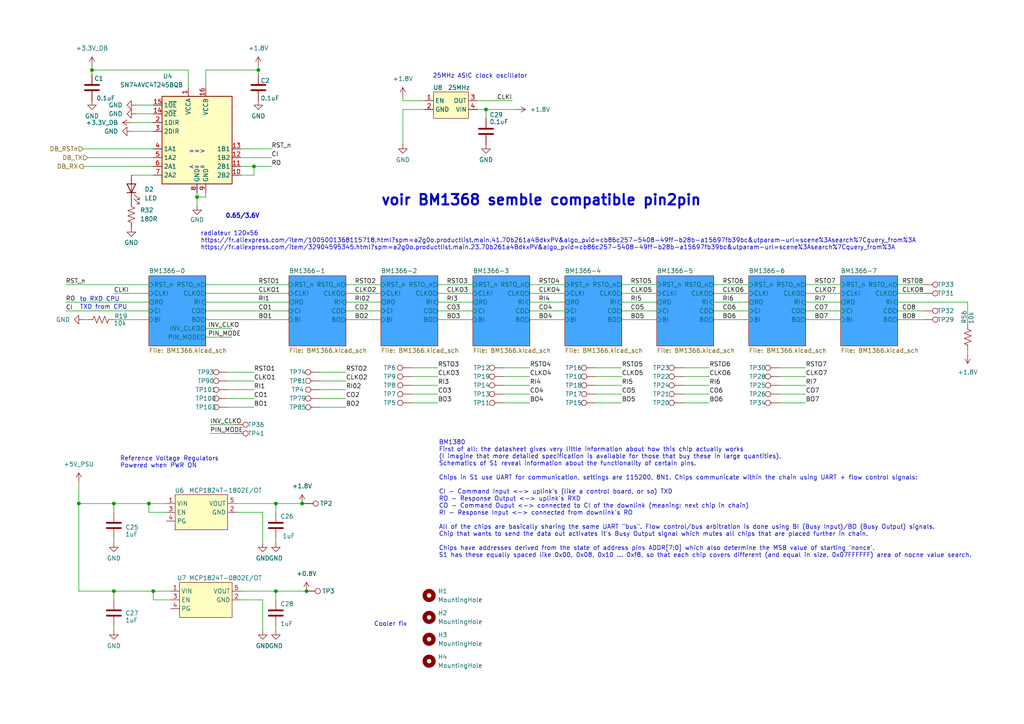
<source format=kicad_sch>
(kicad_sch (version 20231120) (generator "eeschema") (generator_version "8.0")
  (paper "A4")
  (lib_symbols
    (symbol "Connector:TestPoint" (pin_numbers hide) (pin_names (offset 0.762) hide)
      (property "Reference" "TP" (at 0 6.858 0))
      (property "Value" "TestPoint" (at 0 5.08 0))
      (symbol "TestPoint_0_1"
        (circle (center 0 3.302) (radius 0.762))
      )
      (symbol "TestPoint_1_1"
        (pin passive line (at 0 0 90) (length 2.54) (name "1") (number "1"))
      )
    )
    (symbol "Device:C" (pin_numbers hide) (pin_names (offset 0.254))
      (property "Reference" "C" (at 0.635 2.54 0))
      (property "Value" "C" (at 0.635 -2.54 0))
      (symbol "C_0_1"
        (polyline (pts (xy -2.032 -0.762) (xy 2.032 -0.762)) (stroke (width 0.508)))
        (polyline (pts (xy -2.032 0.762) (xy 2.032 0.762)) (stroke (width 0.508)))
      )
      (symbol "C_1_1"
        (pin passive line (at 0 3.81 270) (length 2.794) (name "~") (number "1"))
        (pin passive line (at 0 -3.81 90) (length 2.794) (name "~") (number "2"))
      )
    )
    (symbol "Device:LED" (pin_numbers hide) (pin_names (offset 1.016) hide)
      (property "Reference" "D" (at 0 2.54 0))
      (property "Value" "LED" (at 0 -2.54 0))
      (symbol "LED_0_1"
        (polyline (pts (xy -1.27 -1.27) (xy -1.27 1.27)) (stroke (width 0.254)))
        (polyline (pts (xy -1.27 0) (xy 1.27 0)))
        (polyline (pts (xy 1.27 -1.27) (xy 1.27 1.27) (xy -1.27 0) (xy 1.27 -1.27)) (stroke (width 0.254)))
        (polyline (pts (xy -3.048 -0.762) (xy -4.572 -2.286) (xy -3.81 -2.286) (xy -4.572 -2.286) (xy -4.572 -1.524)))
        (polyline (pts (xy -1.778 -0.762) (xy -3.302 -2.286) (xy -2.54 -2.286) (xy -3.302 -2.286) (xy -3.302 -1.524)))
      )
      (symbol "LED_1_1"
        (pin passive line (at -3.81 0 0) (length 2.54) (name "K") (number "1"))
        (pin passive line (at 3.81 0 180) (length 2.54) (name "A") (number "2"))
      )
    )
    (symbol "Device:R_US" (pin_numbers hide) (pin_names (offset 0))
      (property "Reference" "R" (at 2.54 0 90))
      (property "Value" "R_US" (at -2.54 0 90))
      (symbol "R_US_0_1"
        (polyline (pts (xy 0 -2.286) (xy 0 -2.54)))
        (polyline (pts (xy 0 2.286) (xy 0 2.54)))
        (polyline (pts (xy 0 -0.762) (xy 1.016 -1.143) (xy 0 -1.524) (xy -1.016 -1.905) (xy 0 -2.286)))
        (polyline (pts (xy 0 0.762) (xy 1.016 0.381) (xy 0 0) (xy -1.016 -0.381) (xy 0 -0.762)))
        (polyline (pts (xy 0 2.286) (xy 1.016 1.905) (xy 0 1.524) (xy -1.016 1.143) (xy 0 0.762)))
      )
      (symbol "R_US_1_1"
        (pin passive line (at 0 3.81 270) (length 1.27) (name "~") (number "1"))
        (pin passive line (at 0 -3.81 90) (length 1.27) (name "~") (number "2"))
      )
    )
    (symbol "EKO_Miner_ASIClib:SN74AVC4T245BQB"
      (property "Reference" "U" (at -8.89 13.97 0))
      (property "Value" "SN74AVC4T245BQB" (at 12.7 13.97 0))
      (symbol "SN74AVC4T245BQB_0_1"
        (rectangle (start -10.16 12.7) (end 10.16 -12.7) (stroke (width 0.254)) (fill (type background)))
      )
      (symbol "SN74AVC4T245BQB_1_1"
        (pin power_in line (at -2.54 15.24 270) (length 2.54) (name "VCCA") (number "1"))
        (pin bidirectional line (at 12.7 -10.16 180) (length 2.54) (name "2B2") (number "10"))
        (pin bidirectional line (at 12.7 -7.62 180) (length 2.54) (name "2B1") (number "11"))
        (pin bidirectional line (at 12.7 -5.08 180) (length 2.54) (name "1B2") (number "12"))
        (pin bidirectional line (at 12.7 -2.54 180) (length 2.54) (name "1B1") (number "13"))
        (pin input line (at -12.7 7.62 0) (length 2.54) (name "2~{OE}") (number "14"))
        (pin input line (at -12.7 10.16 0) (length 2.54) (name "1~{OE}") (number "15"))
        (pin power_in line (at 2.54 15.24 270) (length 2.54) (name "VCCB") (number "16"))
        (pin input line (at -12.7 5.08 0) (length 2.54) (name "1DIR") (number "2"))
        (pin input line (at -12.7 2.54 0) (length 2.54) (name "2DIR") (number "3"))
        (pin bidirectional line (at -12.7 -2.54 0) (length 2.54) (name "1A1") (number "4"))
        (pin bidirectional line (at -12.7 -5.08 0) (length 2.54) (name "1A2") (number "5"))
        (pin bidirectional line (at -12.7 -7.62 0) (length 2.54) (name "2A1") (number "6"))
        (pin bidirectional line (at -12.7 -10.16 0) (length 2.54) (name "2A2") (number "7"))
        (pin power_in line (at 0 -15.24 90) (length 2.54) (name "GND") (number "8"))
        (pin power_in line (at 2.54 -15.24 90) (length 2.54) (name "GND") (number "9"))
      )
    )
    (symbol "MCP1824_1"
      (property "Reference" "U" (at -7.62 5.08 0))
      (property "Value" "MCP1824_1" (at 5.08 5.08 0))
      (symbol "MCP1824_1_0_1"
        (rectangle (start -7.62 3.81) (end 7.62 -6.35) (stroke (width 0.1524)) (fill (type background)))
      )
      (symbol "MCP1824_1_1_0"
        (pin bidirectional line (at -10.16 1.27 0) (length 2.54) (name "VIN") (number "1"))
        (pin bidirectional line (at 10.16 -1.27 180) (length 2.54) (name "GND") (number "2"))
        (pin bidirectional line (at -10.16 -1.27 0) (length 2.54) (name "EN") (number "3"))
        (pin bidirectional line (at -10.16 -3.81 0) (length 2.54) (name "PG") (number "4"))
        (pin bidirectional line (at 10.16 1.27 180) (length 2.54) (name "VOUT") (number "5"))
      )
    )
    (symbol "Mechanical:MountingHole" (pin_names (offset 1.016))
      (property "Reference" "H" (at 0 5.08 0))
      (property "Value" "MountingHole" (at 0 3.175 0))
      (symbol "MountingHole_0_1"
        (circle (center 0 0) (radius 1.27) (stroke (width 1.27)))
      )
    )
    (symbol "bitaxe:MCP1824"
      (property "Reference" "U" (at -7.62 5.08 0))
      (property "Value" "MCP1824" (at 5.08 5.08 0))
      (symbol "MCP1824_0_1"
        (rectangle (start -7.62 3.81) (end 7.62 -6.35) (stroke (width 0.1524)) (fill (type background)))
      )
      (symbol "MCP1824_1_0"
        (pin bidirectional line (at -10.16 1.27 0) (length 2.54) (name "VIN") (number "1"))
        (pin bidirectional line (at 10.16 -1.27 180) (length 2.54) (name "GND") (number "2"))
        (pin bidirectional line (at -10.16 -1.27 0) (length 2.54) (name "EN") (number "3"))
        (pin bidirectional line (at -10.16 -3.81 0) (length 2.54) (name "PG") (number "4"))
        (pin bidirectional line (at 10.16 1.27 180) (length 2.54) (name "VOUT") (number "5"))
      )
    )
    (symbol "bitaxe:oscillator"
      (property "Reference" "U" (at -3.81 5.08 0))
      (property "Value" "oscillator" (at 0 -5.08 0))
      (symbol "oscillator_0_1"
        (rectangle (start -5.08 3.81) (end 5.08 -3.81) (stroke (width 0.1524)) (fill (type background)))
      )
      (symbol "oscillator_1_0"
        (pin bidirectional line (at -7.62 1.27 0) (length 2.54) (name "EN") (number "1"))
        (pin bidirectional line (at -7.62 -1.27 0) (length 2.54) (name "GND") (number "2"))
        (pin bidirectional line (at 7.62 1.27 180) (length 2.54) (name "OUT") (number "3"))
        (pin bidirectional line (at 7.62 -1.27 180) (length 2.54) (name "VIN") (number "4"))
      )
    )
    (symbol "power:+3.3V" (power) (pin_names (offset 0))
      (property "Value" "+3.3V" (at 0 3.556 0))
      (symbol "+3.3V_0_1"
        (polyline (pts (xy -0.762 1.27) (xy 0 2.54)))
        (polyline (pts (xy 0 0) (xy 0 2.54)))
        (polyline (pts (xy 0 2.54) (xy 0.762 1.27)))
      )
      (symbol "+3.3V_1_1"
        (pin power_in line (at 0 0 90) (length 0) hide (name "+3.3V") (number "1"))
      )
    )
    (symbol "power:GND" (power) (pin_names (offset 0))
      (property "Value" "GND" (at 0 -3.81 0))
      (symbol "GND_0_1"
        (polyline (pts (xy 0 0) (xy 0 -1.27) (xy 1.27 -1.27) (xy 0 -2.54) (xy -1.27 -1.27) (xy 0 -1.27)))
      )
      (symbol "GND_1_1"
        (pin power_in line (at 0 0 270) (length 0) hide (name "GND") (number "1"))
      )
    )
    (symbol "power:VDD" (power) (pin_numbers hide) (pin_names (offset 0) hide)
      (property "Value" "VDD" (at 0 3.556 0))
      (symbol "VDD_0_1"
        (polyline (pts (xy -0.762 1.27) (xy 0 2.54)))
        (polyline (pts (xy 0 0) (xy 0 2.54)))
        (polyline (pts (xy 0 2.54) (xy 0.762 1.27)))
      )
      (symbol "VDD_1_1"
        (pin power_in line (at 0 0 90) (length 0) (name "~") (number "1"))
      )
    )
  )
  (junction (at 80.01 146.05) (diameter 0.9144))
  (junction (at 87.63 146.05))
  (junction (at 33.02 146.05))
  (junction (at 44.45 171.45))
  (junction (at 33.02 171.45))
  (junction (at 22.86 146.05))
  (junction (at 140.97 31.75))
  (junction (at 57.15 57.15))
  (junction (at 80.01 171.45))
  (junction (at 88.9 171.45))
  (junction (at 43.18 146.05))
  (junction (at 73.66 48.26))
  (junction (at 74.93 20.32))
  (junction (at 26.67 20.32))
  (wire (pts (xy 59.69 97.79) (xy 67.31 97.79)))
  (wire (pts (xy 80.01 171.45) (xy 80.01 173.99)))
  (wire (pts (xy 172.72 106.68) (xy 180.34 106.68)))
  (wire (pts (xy 180.34 87.63) (xy 190.5 87.63)))
  (wire (pts (xy 233.68 87.63) (xy 243.84 87.63)))
  (wire (pts (xy 180.34 92.71) (xy 190.5 92.71)))
  (wire (pts (xy 280.67 102.87) (xy 280.67 101.6)))
  (wire (pts (xy 226.06 111.76) (xy 233.68 111.76)))
  (wire (pts (xy 146.05 109.22) (xy 153.67 109.22)))
  (wire (pts (xy 66.04 113.03) (xy 73.66 113.03)))
  (wire (pts (xy 87.63 146.05) (xy 88.265 146.05)))
  (wire (pts (xy 127 82.55) (xy 137.16 82.55)))
  (wire (pts (xy 198.12 111.76) (xy 205.74 111.76)))
  (wire (pts (xy 153.67 82.55) (xy 163.83 82.55)))
  (wire (pts (xy 180.34 90.17) (xy 190.5 90.17)))
  (wire (pts (xy 116.84 29.21) (xy 116.84 27.94)))
  (wire (pts (xy 57.15 55.88) (xy 57.15 57.15)))
  (wire (pts (xy 78.74 43.18) (xy 69.85 43.18)))
  (wire (pts (xy 38.1 50.8) (xy 44.45 50.8)))
  (wire (pts (xy 172.72 111.76) (xy 180.34 111.76)))
  (wire (pts (xy 198.12 109.22) (xy 205.74 109.22)))
  (wire (pts (xy 39.37 30.48) (xy 44.45 30.48)))
  (wire (pts (xy 73.66 48.26) (xy 73.66 50.8)))
  (wire (pts (xy 59.69 82.55) (xy 83.82 82.55)))
  (wire (pts (xy 44.45 38.1) (xy 38.1 38.1)))
  (wire (pts (xy 22.86 171.45) (xy 33.02 171.45)))
  (wire (pts (xy 100.33 92.71) (xy 110.49 92.71)))
  (wire (pts (xy 180.34 116.84) (xy 172.72 116.84)))
  (wire (pts (xy 19.05 82.55) (xy 43.18 82.55)))
  (wire (pts (xy 207.01 85.09) (xy 217.17 85.09)))
  (wire (pts (xy 24.13 43.18) (xy 44.45 43.18)))
  (wire (pts (xy 69.85 45.72) (xy 78.74 45.72)))
  (wire (pts (xy 73.66 118.11) (xy 66.04 118.11)))
  (wire (pts (xy 153.67 114.3) (xy 146.05 114.3)))
  (wire (pts (xy 54.61 25.4) (xy 54.61 20.32)))
  (wire (pts (xy 100.33 90.17) (xy 110.49 90.17)))
  (wire (pts (xy 153.67 85.09) (xy 163.83 85.09)))
  (wire (pts (xy 100.33 115.57) (xy 92.71 115.57)))
  (wire (pts (xy 127 90.17) (xy 137.16 90.17)))
  (wire (pts (xy 22.86 146.05) (xy 33.02 146.05)))
  (wire (pts (xy 233.68 85.09) (xy 243.84 85.09)))
  (wire (pts (xy 59.69 85.09) (xy 83.82 85.09)))
  (wire (pts (xy 80.01 146.05) (xy 87.63 146.05)))
  (wire (pts (xy 116.84 31.75) (xy 123.19 31.75)))
  (wire (pts (xy 33.02 182.88) (xy 33.02 181.61)))
  (wire (pts (xy 44.45 33.02) (xy 39.37 33.02)))
  (wire (pts (xy 24.13 92.71) (xy 25.4 92.71)))
  (wire (pts (xy 76.2 173.99) (xy 69.85 173.99)))
  (wire (pts (xy 138.43 29.21) (xy 148.59 29.21)))
  (wire (pts (xy 260.35 92.71) (xy 267.97 92.71)))
  (wire (pts (xy 80.01 182.88) (xy 80.01 181.61)))
  (wire (pts (xy 180.34 82.55) (xy 190.5 82.55)))
  (wire (pts (xy 140.97 31.75) (xy 149.86 31.75)))
  (wire (pts (xy 92.71 110.49) (xy 100.33 110.49)))
  (wire (pts (xy 44.45 48.26) (xy 24.13 48.26)))
  (wire (pts (xy 226.06 106.68) (xy 233.68 106.68)))
  (wire (pts (xy 146.05 106.68) (xy 153.67 106.68)))
  (wire (pts (xy 43.18 146.05) (xy 48.26 146.05)))
  (wire (pts (xy 116.84 29.21) (xy 123.19 29.21)))
  (wire (pts (xy 68.58 146.05) (xy 80.01 146.05)))
  (wire (pts (xy 260.35 85.09) (xy 267.97 85.09)))
  (wire (pts (xy 76.2 182.88) (xy 76.2 173.99)))
  (wire (pts (xy 146.05 111.76) (xy 153.67 111.76)))
  (wire (pts (xy 205.74 116.84) (xy 198.12 116.84)))
  (wire (pts (xy 26.67 21.59) (xy 26.67 20.32)))
  (wire (pts (xy 69.85 48.26) (xy 73.66 48.26)))
  (wire (pts (xy 207.01 87.63) (xy 217.17 87.63)))
  (wire (pts (xy 127 92.71) (xy 137.16 92.71)))
  (wire (pts (xy 92.71 113.03) (xy 100.33 113.03)))
  (wire (pts (xy 76.2 148.59) (xy 68.58 148.59)))
  (wire (pts (xy 127 87.63) (xy 137.16 87.63)))
  (wire (pts (xy 180.34 114.3) (xy 172.72 114.3)))
  (wire (pts (xy 119.38 109.22) (xy 127 109.22)))
  (wire (pts (xy 33.02 171.45) (xy 44.45 171.45)))
  (wire (pts (xy 80.01 171.45) (xy 88.9 171.45)))
  (wire (pts (xy 127 85.09) (xy 137.16 85.09)))
  (wire (pts (xy 33.02 146.05) (xy 43.18 146.05)))
  (wire (pts (xy 22.86 139.7) (xy 22.86 146.05)))
  (wire (pts (xy 140.97 31.75) (xy 140.97 34.29)))
  (wire (pts (xy 180.34 85.09) (xy 190.5 85.09)))
  (wire (pts (xy 57.15 57.15) (xy 57.15 59.69)))
  (wire (pts (xy 26.67 20.32) (xy 26.67 19.05)))
  (wire (pts (xy 59.69 90.17) (xy 83.82 90.17)))
  (wire (pts (xy 233.68 114.3) (xy 226.06 114.3)))
  (wire (pts (xy 43.18 146.05) (xy 43.18 148.59)))
  (wire (pts (xy 43.18 148.59) (xy 48.26 148.59)))
  (wire (pts (xy 233.68 92.71) (xy 243.84 92.71)))
  (wire (pts (xy 198.12 106.68) (xy 205.74 106.68)))
  (wire (pts (xy 44.45 35.56) (xy 38.1 35.56)))
  (wire (pts (xy 153.67 92.71) (xy 163.83 92.71)))
  (wire (pts (xy 73.66 48.26) (xy 78.74 48.26)))
  (wire (pts (xy 119.38 111.76) (xy 127 111.76)))
  (wire (pts (xy 22.86 146.05) (xy 22.86 171.45)))
  (wire (pts (xy 33.02 85.09) (xy 43.18 85.09)))
  (wire (pts (xy 74.93 21.59) (xy 74.93 20.32)))
  (wire (pts (xy 44.45 171.45) (xy 49.53 171.45)))
  (wire (pts (xy 33.02 92.71) (xy 43.18 92.71)))
  (wire (pts (xy 33.02 171.45) (xy 33.02 173.99)))
  (wire (pts (xy 73.66 50.8) (xy 69.85 50.8)))
  (wire (pts (xy 119.38 106.68) (xy 127 106.68)))
  (wire (pts (xy 59.69 55.88) (xy 59.69 57.15)))
  (wire (pts (xy 153.67 87.63) (xy 163.83 87.63)))
  (wire (pts (xy 76.2 148.59) (xy 76.2 157.48)))
  (wire (pts (xy 25.4 45.72) (xy 44.45 45.72)))
  (wire (pts (xy 280.67 93.98) (xy 280.67 87.63)))
  (wire (pts (xy 60.96 123.19) (xy 67.945 123.19)))
  (wire (pts (xy 19.05 87.63) (xy 43.18 87.63)))
  (wire (pts (xy 69.85 171.45) (xy 80.01 171.45)))
  (wire (pts (xy 26.67 20.32) (xy 54.61 20.32)))
  (wire (pts (xy 116.84 31.75) (xy 116.84 41.91)))
  (wire (pts (xy 100.33 85.09) (xy 110.49 85.09)))
  (wire (pts (xy 66.04 107.95) (xy 73.66 107.95)))
  (wire (pts (xy 74.93 20.32) (xy 74.93 19.05)))
  (wire (pts (xy 60.96 125.73) (xy 67.945 125.73)))
  (wire (pts (xy 59.69 20.32) (xy 59.69 25.4)))
  (wire (pts (xy 19.05 90.17) (xy 43.18 90.17)))
  (wire (pts (xy 100.33 82.55) (xy 110.49 82.55)))
  (wire (pts (xy 207.01 90.17) (xy 217.17 90.17)))
  (wire (pts (xy 33.02 146.05) (xy 33.02 148.59)))
  (wire (pts (xy 226.06 109.22) (xy 233.68 109.22)))
  (wire (pts (xy 127 114.3) (xy 119.38 114.3)))
  (wire (pts (xy 153.67 90.17) (xy 163.83 90.17)))
  (wire (pts (xy 260.35 90.17) (xy 267.97 90.17)))
  (wire (pts (xy 44.45 171.45) (xy 44.45 173.99)))
  (wire (pts (xy 33.02 156.21) (xy 33.02 157.48)))
  (wire (pts (xy 92.71 107.95) (xy 100.33 107.95)))
  (wire (pts (xy 207.01 92.71) (xy 217.17 92.71)))
  (wire (pts (xy 233.68 116.84) (xy 226.06 116.84)))
  (wire (pts (xy 127 116.84) (xy 119.38 116.84)))
  (wire (pts (xy 59.69 87.63) (xy 83.82 87.63)))
  (wire (pts (xy 233.68 82.55) (xy 243.84 82.55)))
  (wire (pts (xy 57.15 57.15) (xy 59.69 57.15)))
  (wire (pts (xy 73.66 115.57) (xy 66.04 115.57)))
  (wire (pts (xy 205.74 114.3) (xy 198.12 114.3)))
  (wire (pts (xy 233.68 90.17) (xy 243.84 90.17)))
  (wire (pts (xy 80.01 146.05) (xy 80.01 148.59)))
  (wire (pts (xy 207.01 82.55) (xy 217.17 82.55)))
  (wire (pts (xy 44.45 173.99) (xy 49.53 173.99)))
  (wire (pts (xy 100.33 118.11) (xy 92.71 118.11)))
  (wire (pts (xy 59.69 95.25) (xy 67.31 95.25)))
  (wire (pts (xy 153.67 116.84) (xy 146.05 116.84)))
  (wire (pts (xy 59.69 20.32) (xy 74.93 20.32)))
  (wire (pts (xy 66.04 110.49) (xy 73.66 110.49)))
  (wire (pts (xy 59.69 92.71) (xy 83.82 92.71)))
  (wire (pts (xy 280.67 87.63) (xy 260.35 87.63)))
  (wire (pts (xy 80.01 156.21) (xy 80.01 157.48)))
  (wire (pts (xy 172.72 109.22) (xy 180.34 109.22)))
  (wire (pts (xy 260.35 82.55) (xy 267.97 82.55)))
  (wire (pts (xy 138.43 31.75) (xy 140.97 31.75)))
  (wire (pts (xy 100.33 87.63) (xy 110.49 87.63)))
  (text "voir BM1368 semble compatible pin2pin" (at 156.972 58.166 0) (effects (font (size 3 3) (thickness 0.6) (bold yes))))
  (text "==>" (at 57.15 43.942 0) (effects (font (size 1.27 1.27))))
  (text "<==" (at 57.15 48.514 0) (effects (font (size 1.27 1.27))))
  (text "Reference Voltage Regulators\nPowered when PWR ON" (at 34.798 135.89 0) (effects (font (size 1.27 1.27)) (justify left bottom)))
  (text "25MHz ASIC clock oscillator" (at 125.476 22.86 0) (effects (font (size 1.27 1.27)) (justify left bottom)))
  (text "radiateur 120x56\nhttps://fr.aliexpress.com/item/1005001368115718.html?spm=a2g0o.productlist.main.41.70b261a4BdkxPV&algo_pvid=cb86c257-5408-49ff-b28b-a15697fb39bc&utparam-url=scene%3Asearch%7Cquery_from%3A\nhttps://fr.aliexpress.com/item/32904595345.html?spm=a2g0o.productlist.main.23.70b261a4BdkxPV&algo_pvid=cb86c257-5408-49ff-b28b-a15697fb39bc&utparam-url=scene%3Asearch%7Cquery_from%3A\n" (at 58.166 69.85 0) (effects (font (size 1.27 1.27)) (justify left)))
  (text "0.65/3.6V" (at 70.358 62.738 0) (effects (font (size 1.27 1.27) (bold yes))))
  (text "to RXD CPU" (at 23.114 86.868 0) (effects (font (size 1.27 1.27)) (justify left)))
  (text "BM1380\nFirst of all: the datasheet gives very little information about how this chip actually works \n(I imagine that more detailed specification is available for those that buy these in large quantities). \nSchematics of S1 reveal information about the functionality of certain pins.\n\nChips in S1 use UART for communication, settings are 115200, 8N1. Chips communicate within the chain using UART + flow control signals:\n\nCI - Command Input <-> uplink's (like a control board, or so) TXD\nRO - Response Output <-> uplink's RXD\nCO - Command Ouput <-> connected to CI of the downlink (meaning: next chip in chain)\nRI - Response Input <-> connected from downlink's RO\n\nAll of the chips are basically sharing the same UART \"bus\". Flow control/bus arbitration is done using BI (Busy Input)/BO (Busy Output) signals. \nChip that wants to send the data out activates it's Busy Output signal which mutes all chips that are placed further in chain.\n\nChips have addresses derived from the state of address pins ADDR[7:0] which also determine the MSB value of starting 'nonce'. \nS1 has these equally spaced like 0x00, 0x08, 0x10 … 0xf8, so that each chip covers different (and equal in size, 0x07FFFFFF) area of nocne value search." (at 127.254 144.78 0) (effects (font (size 1.27 1.27)) (justify left)))
  (text "TXD from CPU" (at 23.114 89.154 0) (effects (font (size 1.27 1.27)) (justify left)))
  (text "Cooler fix" (at 113.284 181.102 0) (effects (font (size 1.27 1.27))))
  (label "CO1" (at 73.66 115.57 0))
  (label "CLKO4" (at 156.21 85.09 0))
  (label "CO6" (at 209.55 90.17 0))
  (label "RSTO1" (at 73.66 107.95 0))
  (label "CLKO3" (at 127 109.22 0))
  (label "CO6" (at 205.74 114.3 0))
  (label "CO7" (at 233.68 114.3 0))
  (label "RSTO8" (at 261.62 82.55 0))
  (label "RI02" (at 100.33 113.03 0))
  (label "CI" (at 78.74 45.72 0))
  (label "RSTO3" (at 129.54 82.55 0))
  (label "BO4" (at 156.21 92.71 0))
  (label "RI6" (at 205.74 111.76 0))
  (label "RSTO1" (at 74.93 82.55 0))
  (label "RSTO7" (at 233.68 106.68 0))
  (label "RI5" (at 180.34 111.76 0))
  (label "BO6" (at 209.55 92.71 0))
  (label "CLKO8" (at 261.62 85.09 0))
  (label "CO3" (at 127 114.3 0))
  (label "CO1" (at 74.93 90.17 0))
  (label "CLKO5" (at 180.34 109.22 0))
  (label "BO2" (at 102.87 92.71 0))
  (label "CO7" (at 236.22 90.17 0))
  (label "CLKO3" (at 129.54 85.09 0))
  (label "BO1" (at 74.93 92.71 0))
  (label "BO3" (at 127 116.84 0))
  (label "RO" (at 19.05 87.63 0))
  (label "CLKO5" (at 182.88 85.09 0))
  (label "PIN_MODE" (at 60.325 97.79 0))
  (label "RSTO5" (at 182.88 82.55 0))
  (label "RI4" (at 156.21 87.63 0))
  (label "RI3" (at 129.54 87.63 0))
  (label "CLKI" (at 144.145 29.21 0))
  (label "CO2" (at 100.33 115.57 0))
  (label "BO5" (at 180.34 116.84 0))
  (label "CLKO7" (at 233.68 109.22 0))
  (label "RI1" (at 73.66 113.03 0))
  (label "RSTO2" (at 100.33 107.95 0))
  (label "RSTO4" (at 156.21 82.55 0))
  (label "RSTO2" (at 102.87 82.55 0))
  (label "CLKI" (at 33.02 85.09 0))
  (label "BO7" (at 236.22 92.71 0))
  (label "CLKO2" (at 100.33 110.49 0))
  (label "INV_CLKO" (at 60.325 95.25 0))
  (label "RST_n" (at 19.05 82.55 0))
  (label "RI4" (at 153.67 111.76 0))
  (label "RI3" (at 127 111.76 0))
  (label "CLKO6" (at 209.55 85.09 0))
  (label "CO5" (at 182.88 90.17 0))
  (label "RI1" (at 74.93 87.63 0))
  (label "BO5" (at 182.88 92.71 0))
  (label "CLKO2" (at 102.87 85.09 0))
  (label "RSTO4" (at 153.67 106.68 0))
  (label "BO8" (at 261.62 92.71 0))
  (label "RSTO6" (at 209.55 82.55 0))
  (label "BO2" (at 100.33 118.11 0))
  (label "CO3" (at 129.54 90.17 0))
  (label "INV_CLKO" (at 60.96 123.19 0))
  (label "RST_n" (at 78.74 43.18 0))
  (label "CO4" (at 156.21 90.17 0))
  (label "RO" (at 78.74 48.26 0))
  (label "BO3" (at 129.54 92.71 0))
  (label "CLKO4" (at 153.67 109.22 0))
  (label "CO2" (at 102.87 90.17 0))
  (label "CO8" (at 261.62 90.17 0))
  (label "RI6" (at 209.55 87.63 0))
  (label "RI02" (at 102.87 87.63 0))
  (label "CO4" (at 153.67 114.3 0))
  (label "PIN_MODE" (at 60.96 125.73 0))
  (label "CI" (at 19.05 90.17 0))
  (label "BO7" (at 233.68 116.84 0))
  (label "CLKO6" (at 205.74 109.22 0))
  (label "RI7" (at 233.68 111.76 0))
  (label "RI7" (at 236.22 87.63 0))
  (label "BO1" (at 73.66 118.11 0))
  (label "RSTO5" (at 180.34 106.68 0))
  (label "RI5" (at 182.88 87.63 0))
  (label "BO4" (at 153.67 116.84 0))
  (label "CLKO1" (at 74.93 85.09 0))
  (label "RSTO3" (at 127 106.68 0))
  (label "RSTO7" (at 236.22 82.55 0))
  (label "CLKO1" (at 73.66 110.49 0))
  (label "CO5" (at 180.34 114.3 0))
  (label "RSTO6" (at 205.74 106.68 0))
  (label "CLKO7" (at 236.22 85.09 0))
  (label "BO6" (at 205.74 116.84 0))
  (hierarchical_label "DB_RSTn" (shape input) (at 24.13 43.18 180))
  (hierarchical_label "DB_TX" (shape input) (at 25.4 45.72 180))
  (hierarchical_label "DB_RX" (shape output) (at 24.13 48.26 180))
  (symbol (lib_id "Connector:TestPoint") (at 172.72 111.76 90) (mirror x) (unit 1) (in_bom no)
    (property "Reference" "TP18" (at 166.37 111.76 90))
    (property "Value" "TestPoint" (effects (hide yes)))
    (property "Footprint" "TestPoint:TestPoint_Pad_D1.0mm" (effects (hide yes)))
  )
  (symbol (lib_id "Connector:TestPoint") (at 146.05 106.68 90) (mirror x) (unit 1) (in_bom no)
    (property "Reference" "TP12" (at 139.7 106.68 90))
    (property "Value" "TestPoint" (effects (hide yes)))
    (property "Footprint" "TestPoint:TestPoint_Pad_D1.0mm" (effects (hide yes)))
  )
  (symbol (lib_id "Connector:TestPoint") (at 66.04 107.95 90) (mirror x) (unit 1) (in_bom no)
    (property "Reference" "TP93" (at 59.69 107.95 90))
    (property "Value" "TestPoint" (effects (hide yes)))
    (property "Footprint" "TestPoint:TestPoint_Pad_D1.0mm" (effects (hide yes)))
  )
  (symbol (lib_id "Connector:TestPoint") (at 66.04 110.49 90) (unit 1) (in_bom no)
    (property "Reference" "TP90" (at 59.69 110.49 90))
    (property "Value" "TestPoint" (effects (hide yes)))
    (property "Footprint" "TestPoint:TestPoint_Pad_D1.0mm" (effects (hide yes)))
  )
  (symbol (lib_id "Mechanical:MountingHole") (at 124.46 172.72 0) (unit 1)
    (property "Reference" "H1" (at 127 171.4499 0) (effects (justify left)))
    (property "Value" "MountingHole" (at 127 173.9899 0) (effects (justify left)))
    (property "Footprint" "MountingHole:MountingHole_3.2mm_M3_ISO7380" (effects (hide yes)))
    (property "Description" "Mounting Hole without connection" (effects (hide yes)))
  )
  (symbol (lib_id "power:GND") (at 33.02 157.48 0) (mirror y) (unit 1)
    (property "Reference" "#PWR045" (effects (hide yes)))
    (property "Value" "GND" (at 33.02 161.925 0))
  )
  (symbol (lib_id "Device:R_US") (at 38.1 62.23 180) (unit 1)
    (property "Reference" "R32" (at 40.64 60.9599 0) (effects (justify right)))
    (property "Value" "180R" (at 40.64 63.4999 0) (effects (justify right)))
    (property "Footprint" "Resistor_SMD:R_0402_1005Metric" (effects (hide yes)))
  )
  (symbol (lib_id "Connector:TestPoint") (at 226.06 111.76 90) (mirror x) (unit 1) (in_bom no)
    (property "Reference" "TP25" (at 219.71 111.76 90))
    (property "Value" "TestPoint" (effects (hide yes)))
    (property "Footprint" "TestPoint:TestPoint_Pad_D1.0mm" (effects (hide yes)))
  )
  (symbol (lib_id "Connector:TestPoint") (at 198.12 111.76 90) (mirror x) (unit 1) (in_bom no)
    (property "Reference" "TP24" (at 191.77 111.76 90))
    (property "Value" "TestPoint" (effects (hide yes)))
    (property "Footprint" "TestPoint:TestPoint_Pad_D1.0mm" (effects (hide yes)))
  )
  (symbol (lib_id "power:GND") (at 38.1 66.04 0) (unit 1)
    (property "Reference" "#PWR0279" (effects (hide yes)))
    (property "Value" "GND" (at 38.1 70.358 0))
    (property "Description" "Power symbol creates a global label with name \"GND\" , ground" (effects (hide yes)))
  )
  (symbol (lib_id "Connector:TestPoint") (at 172.72 116.84 90) (unit 1) (in_bom no)
    (property "Reference" "TP15" (at 166.37 116.84 90))
    (property "Value" "TestPoint" (effects (hide yes)))
    (property "Footprint" "TestPoint:TestPoint_Pad_D1.0mm" (effects (hide yes)))
  )
  (symbol (lib_id "Connector:TestPoint") (at 172.72 114.3 90) (unit 1) (in_bom no)
    (property "Reference" "TP17" (at 166.37 114.3 90))
    (property "Value" "TestPoint" (effects (hide yes)))
    (property "Footprint" "TestPoint:TestPoint_Pad_D1.0mm" (effects (hide yes)))
  )
  (symbol (lib_id "power:GND") (at 76.2 157.48 0) (mirror y) (unit 1)
    (property "Reference" "#PWR0184" (effects (hide yes)))
    (property "Value" "GND" (at 76.2 161.925 0))
  )
  (symbol (lib_id "Connector:TestPoint") (at 119.38 106.68 90) (mirror x) (unit 1) (in_bom no)
    (property "Reference" "TP6" (at 113.03 106.68 90))
    (property "Value" "TestPoint" (effects (hide yes)))
    (property "Footprint" "TestPoint:TestPoint_Pad_D1.0mm" (effects (hide yes)))
  )
  (symbol (lib_id "Connector:TestPoint") (at 92.71 115.57 90) (unit 1) (in_bom no)
    (property "Reference" "TP79" (at 86.36 115.57 90))
    (property "Value" "TestPoint" (effects (hide yes)))
    (property "Footprint" "TestPoint:TestPoint_Pad_D1.0mm" (effects (hide yes)))
  )
  (symbol (lib_id "Device:C") (at 33.02 177.8 0) (unit 1)
    (property "Reference" "C27" (at 36.322 178.562 0) (effects (justify left bottom)))
    (property "Value" "1uF" (at 36.322 180.594 0) (effects (justify left bottom)))
    (property "Footprint" "Capacitor_SMD:C_0402_1005Metric" (effects (hide yes)))
    (property "DK" "587-5514-1-ND" (effects (hide yes)))
    (property "PARTNO" "EMK105BJ105MV-F" (effects (hide yes)))
  )
  (symbol (lib_id "Mechanical:MountingHole") (at 124.46 191.77 0) (unit 1)
    (property "Reference" "H4" (at 127 190.4999 0) (effects (justify left)))
    (property "Value" "MountingHole" (at 127 193.0399 0) (effects (justify left)))
    (property "Footprint" "MountingHole:MountingHole_3.2mm_M3_ISO7380" (effects (hide yes)))
    (property "Description" "Mounting Hole without connection" (effects (hide yes)))
  )
  (symbol (lib_id "Connector:TestPoint") (at 198.12 106.68 90) (mirror x) (unit 1) (in_bom no)
    (property "Reference" "TP23" (at 191.77 106.68 90))
    (property "Value" "TestPoint" (effects (hide yes)))
    (property "Footprint" "TestPoint:TestPoint_Pad_D1.0mm" (effects (hide yes)))
  )
  (symbol (lib_id "Connector:TestPoint") (at 198.12 116.84 90) (unit 1) (in_bom no)
    (property "Reference" "TP20" (at 191.77 116.84 90))
    (property "Value" "TestPoint" (effects (hide yes)))
    (property "Footprint" "TestPoint:TestPoint_Pad_D1.0mm" (effects (hide yes)))
  )
  (symbol (lib_id "Device:LED") (at 38.1 54.61 90) (unit 1)
    (property "Reference" "D2" (at 41.91 54.9274 90) (effects (justify right)))
    (property "Value" "LED" (at 41.91 57.4674 90) (effects (justify right)))
    (property "Footprint" "LED_SMD:LED_0805_2012Metric_Pad1.15x1.40mm_HandSolder" (effects (hide yes)))
    (property "Description" "Light emitting diode" (effects (hide yes)))
  )
  (symbol (lib_id "Connector:TestPoint") (at 146.05 116.84 90) (unit 1) (in_bom no)
    (property "Reference" "TP11" (at 139.7 116.84 90))
    (property "Value" "TestPoint" (effects (hide yes)))
    (property "Footprint" "TestPoint:TestPoint_Pad_D1.0mm" (effects (hide yes)))
  )
  (symbol (lib_id "power:+3.3V") (at 26.67 19.05 0) (unit 1)
    (property "Reference" "#PWR031" (effects (hide yes)))
    (property "Value" "+3.3V_DB" (at 26.67 13.97 0))
  )
  (symbol (lib_id "Connector:TestPoint") (at 172.72 106.68 90) (mirror x) (unit 1) (in_bom no)
    (property "Reference" "TP16" (at 166.37 106.68 90))
    (property "Value" "TestPoint" (effects (hide yes)))
    (property "Footprint" "TestPoint:TestPoint_Pad_D1.0mm" (effects (hide yes)))
  )
  (symbol (lib_id "power:GND") (at 76.2 182.88 0) (mirror y) (unit 1)
    (property "Reference" "#PWR0188" (effects (hide yes)))
    (property "Value" "GND" (at 76.2 187.325 0))
  )
  (symbol (lib_id "Connector:TestPoint") (at 146.05 109.22 90) (unit 1) (in_bom no)
    (property "Reference" "TP19" (at 139.7 109.22 90))
    (property "Value" "TestPoint" (effects (hide yes)))
    (property "Footprint" "TestPoint:TestPoint_Pad_D1.0mm" (effects (hide yes)))
  )
  (symbol (lib_id "Connector:TestPoint") (at 92.71 107.95 90) (mirror x) (unit 1) (in_bom no)
    (property "Reference" "TP74" (at 86.36 107.95 90))
    (property "Value" "TestPoint" (effects (hide yes)))
    (property "Footprint" "TestPoint:TestPoint_Pad_D1.0mm" (effects (hide yes)))
  )
  (symbol (lib_id "Connector:TestPoint") (at 66.04 118.11 90) (unit 1) (in_bom no)
    (property "Reference" "TP103" (at 59.69 118.11 90))
    (property "Value" "TestPoint" (effects (hide yes)))
    (property "Footprint" "TestPoint:TestPoint_Pad_D1.0mm" (effects (hide yes)))
  )
  (symbol (lib_id "Device:R_US") (at 29.21 92.71 90) (unit 1)
    (property "Reference" "R19" (at 35.052 91.694 90))
    (property "Value" "10k" (at 34.798 93.726 90))
    (property "Footprint" "Resistor_SMD:R_0402_1005Metric" (effects (hide yes)))
    (property "DK" "311-10KJRCT-ND" (effects (hide yes)))
    (property "PARTNO" "RC0402JR-0710KL" (effects (hide yes)))
  )
  (symbol (lib_id "power:VDD") (at 87.63 146.05 0) (unit 1)
    (property "Reference" "#PWR0198" (effects (hide yes)))
    (property "Value" "+1.8V" (at 87.63 140.97 0))
    (property "Description" "Power symbol creates a global label with name \"VDD\"" (effects (hide yes)))
  )
  (symbol (lib_id "bitaxe:MCP1824") (at 58.42 147.32 0) (unit 1)
    (property "Reference" "U6" (at 52.07 142.24 0))
    (property "Value" "MCP1824T-1802E/OT" (at 65.405 142.24 0))
    (property "Footprint" "Package_TO_SOT_SMD:SOT-23-5" (effects (hide yes)))
    (property "Datasheet" "https://ww1.microchip.com/downloads/en/DeviceDoc/22070a.pdf" (effects (hide yes)))
    (property "PARTNO" "MCP1824T-1802E/OT" (effects (hide yes)))
    (property "DK" "MCP1824T-1802E/OTCT-ND" (effects (hide yes)))
  )
  (symbol (lib_id "Connector:TestPoint") (at 267.97 92.71 270) (unit 1) (in_bom no)
    (property "Reference" "TP29" (at 274.32 92.71 90))
    (property "Value" "TestPoint" (effects (hide yes)))
    (property "Footprint" "TestPoint:TestPoint_Pad_D1.0mm" (effects (hide yes)))
  )
  (symbol (lib_id "power:+3.3V") (at 38.1 35.56 90) (unit 1)
    (property "Reference" "#PWR0162" (effects (hide yes)))
    (property "Value" "+3.3V_DB" (at 34.29 35.5599 90) (effects (justify left)))
  )
  (symbol (lib_id "power:GND") (at 38.1 38.1 270) (mirror x) (unit 1)
    (property "Reference" "#PWR0195" (effects (hide yes)))
    (property "Value" "GND" (at 34.29 38.0999 90) (effects (justify right)))
  )
  (symbol (lib_name "MCP1824_1") (lib_id "bitaxe:MCP1824") (at 59.69 172.72 0) (unit 1)
    (property "Reference" "U7" (at 52.705 167.64 0))
    (property "Value" "MCP1824T-0802E/OT" (at 65.405 167.64 0))
    (property "Footprint" "Package_TO_SOT_SMD:SOT-23-5" (effects (hide yes)))
    (property "Datasheet" "https://ww1.microchip.com/downloads/en/DeviceDoc/22070a.pdf" (effects (hide yes)))
    (property "PARTNO" "MCP1824T-0802E/OT" (effects (hide yes)))
    (property "DK" "MCP1824T-0802E/OTCT-ND" (effects (hide yes)))
  )
  (symbol (lib_id "Connector:TestPoint") (at 267.97 85.09 270) (unit 1) (in_bom no)
    (property "Reference" "TP31" (at 274.32 85.09 90))
    (property "Value" "TestPoint" (effects (hide yes)))
    (property "Footprint" "TestPoint:TestPoint_Pad_D1.0mm" (effects (hide yes)))
  )
  (symbol (lib_id "Connector:TestPoint") (at 172.72 109.22 90) (unit 1) (in_bom no)
    (property "Reference" "TP10" (at 166.37 109.22 90))
    (property "Value" "TestPoint" (effects (hide yes)))
    (property "Footprint" "TestPoint:TestPoint_Pad_D1.0mm" (effects (hide yes)))
  )
  (symbol (lib_id "Connector:TestPoint") (at 119.38 109.22 90) (unit 1) (in_bom no)
    (property "Reference" "TP9" (at 113.03 109.22 90))
    (property "Value" "TestPoint" (effects (hide yes)))
    (property "Footprint" "TestPoint:TestPoint_Pad_D1.0mm" (effects (hide yes)))
  )
  (symbol (lib_id "power:GND") (at 116.84 41.91 0) (mirror y) (unit 1)
    (property "Reference" "#PWR0201" (effects (hide yes)))
    (property "Value" "GND" (at 116.84 46.355 0))
  )
  (symbol (lib_id "Device:C") (at 80.01 152.4 0) (unit 1)
    (property "Reference" "C26" (at 81.28 150.495 0) (effects (justify left bottom)))
    (property "Value" "1uF" (at 81.915 156.21 0) (effects (justify left bottom)))
    (property "Footprint" "Capacitor_SMD:C_0402_1005Metric" (effects (hide yes)))
    (property "DK" "587-5514-1-ND" (effects (hide yes)))
    (property "PARTNO" "EMK105BJ105MV-F" (effects (hide yes)))
  )
  (symbol (lib_id "Connector:TestPoint") (at 226.06 109.22 90) (unit 1) (in_bom no)
    (property "Reference" "TP28" (at 219.71 109.22 90))
    (property "Value" "TestPoint" (effects (hide yes)))
    (property "Footprint" "TestPoint:TestPoint_Pad_D1.0mm" (effects (hide yes)))
  )
  (symbol (lib_id "Device:C") (at 80.01 177.8 0) (unit 1)
    (property "Reference" "C28" (at 81.28 175.895 0) (effects (justify left bottom)))
    (property "Value" "1uF" (at 81.28 181.61 0) (effects (justify left bottom)))
    (property "Footprint" "Capacitor_SMD:C_0402_1005Metric" (effects (hide yes)))
    (property "DK" "587-5514-1-ND" (effects (hide yes)))
    (property "PARTNO" "EMK105BJ105MV-F" (effects (hide yes)))
  )
  (symbol (lib_id "Connector:TestPoint") (at 119.38 116.84 90) (unit 1) (in_bom no)
    (property "Reference" "TP5" (at 113.03 116.84 90))
    (property "Value" "TestPoint" (effects (hide yes)))
    (property "Footprint" "TestPoint:TestPoint_Pad_D1.0mm" (effects (hide yes)))
  )
  (symbol (lib_id "power:VDD") (at 116.84 27.94 0) (unit 1)
    (property "Reference" "#PWR0202" (effects (hide yes)))
    (property "Value" "+1.8V" (at 116.84 22.86 0))
    (property "Description" "Power symbol creates a global label with name \"VDD\"" (effects (hide yes)))
  )
  (symbol (lib_id "power:GND") (at 80.01 157.48 0) (mirror y) (unit 1)
    (property "Reference" "#PWR0185" (effects (hide yes)))
    (property "Value" "GND" (at 80.01 161.925 0))
  )
  (symbol (lib_id "power:GND") (at 39.37 30.48 270) (mirror x) (unit 1)
    (property "Reference" "#PWR042" (effects (hide yes)))
    (property "Value" "GND" (at 35.56 30.4799 90) (effects (justify right)))
  )
  (symbol (lib_id "power:VDD") (at 88.9 171.45 0) (unit 1)
    (property "Reference" "#PWR0199" (effects (hide yes)))
    (property "Value" "+0.8V" (at 88.9 166.37 0))
    (property "Description" "Power symbol creates a global label with name \"VDD\"" (effects (hide yes)))
  )
  (symbol (lib_id "Connector:TestPoint") (at 66.04 113.03 90) (mirror x) (unit 1) (in_bom no)
    (property "Reference" "TP101" (at 59.69 113.03 90))
    (property "Value" "TestPoint" (effects (hide yes)))
    (property "Footprint" "TestPoint:TestPoint_Pad_D1.0mm" (effects (hide yes)))
  )
  (symbol (lib_id "Connector:TestPoint") (at 198.12 109.22 90) (unit 1) (in_bom no)
    (property "Reference" "TP22" (at 191.77 109.22 90))
    (property "Value" "TestPoint" (effects (hide yes)))
    (property "Footprint" "TestPoint:TestPoint_Pad_D1.0mm" (effects (hide yes)))
  )
  (symbol (lib_id "power:GND") (at 39.37 33.02 270) (mirror x) (unit 1)
    (property "Reference" "#PWR0191" (effects (hide yes)))
    (property "Value" "GND" (at 35.56 33.0199 90) (effects (justify right)))
  )
  (symbol (lib_id "Device:C") (at 26.67 25.4 0) (unit 1)
    (property "Reference" "C1" (at 27.305 23.495 0) (effects (justify left bottom)))
    (property "Value" "0.1uF" (at 27.94 29.21 0) (effects (justify left bottom)))
    (property "Footprint" "Capacitor_SMD:C_0402_1005Metric" (effects (hide yes)))
    (property "DK" "1292-1639-1-ND" (effects (hide yes)))
    (property "PARTNO" "0402X104K100CT" (effects (hide yes)))
  )
  (symbol (lib_id "Connector:TestPoint") (at 146.05 111.76 90) (mirror x) (unit 1) (in_bom no)
    (property "Reference" "TP14" (at 139.7 111.76 90))
    (property "Value" "TestPoint" (effects (hide yes)))
    (property "Footprint" "TestPoint:TestPoint_Pad_D1.0mm" (effects (hide yes)))
  )
  (symbol (lib_id "power:VDD") (at 74.93 19.05 0) (unit 1)
    (property "Reference" "#PWR0193" (effects (hide yes)))
    (property "Value" "+1.8V" (at 74.93 13.97 0))
    (property "Description" "Power symbol creates a global label with name \"VDD\"" (effects (hide yes)))
  )
  (symbol (lib_id "Connector:TestPoint") (at 119.38 114.3 90) (unit 1) (in_bom no)
    (property "Reference" "TP7" (at 113.03 114.3 90))
    (property "Value" "TestPoint" (effects (hide yes)))
    (property "Footprint" "TestPoint:TestPoint_Pad_D1.0mm" (effects (hide yes)))
  )
  (symbol (lib_id "Connector:TestPoint") (at 88.9 171.45 270) (mirror x) (unit 1) (in_bom no)
    (property "Reference" "TP3" (at 95.25 171.45 90))
    (property "Value" "TestPoint" (effects (hide yes)))
    (property "Footprint" "TestPoint:TestPoint_Pad_D1.0mm" (effects (hide yes)))
  )
  (symbol (lib_id "Connector:TestPoint") (at 119.38 111.76 90) (mirror x) (unit 1) (in_bom no)
    (property "Reference" "TP8" (at 113.03 111.76 90))
    (property "Value" "TestPoint" (effects (hide yes)))
    (property "Footprint" "TestPoint:TestPoint_Pad_D1.0mm" (effects (hide yes)))
  )
  (symbol (lib_id "Connector:TestPoint") (at 226.06 114.3 90) (unit 1) (in_bom no)
    (property "Reference" "TP26" (at 219.71 114.3 90))
    (property "Value" "TestPoint" (effects (hide yes)))
    (property "Footprint" "TestPoint:TestPoint_Pad_D1.0mm" (effects (hide yes)))
  )
  (symbol (lib_id "Connector:TestPoint") (at 198.12 114.3 90) (unit 1) (in_bom no)
    (property "Reference" "TP21" (at 191.77 114.3 90))
    (property "Value" "TestPoint" (effects (hide yes)))
    (property "Footprint" "TestPoint:TestPoint_Pad_D1.0mm" (effects (hide yes)))
  )
  (symbol (lib_id "power:VDD") (at 149.86 31.75 270) (unit 1)
    (property "Reference" "#PWR0203" (effects (hide yes)))
    (property "Value" "+1.8V" (at 153.67 31.7499 90) (effects (justify left)))
    (property "Description" "Power symbol creates a global label with name \"VDD\"" (effects (hide yes)))
  )
  (symbol (lib_id "Device:C") (at 74.93 25.4 0) (unit 1)
    (property "Reference" "C2" (at 75.565 24.13 0) (effects (justify left bottom)))
    (property "Value" "0.1uF" (at 75.565 29.21 0) (effects (justify left bottom)))
    (property "Footprint" "Capacitor_SMD:C_0402_1005Metric" (effects (hide yes)))
    (property "DK" "1292-1639-1-ND" (effects (hide yes)))
    (property "PARTNO" "0402X104K100CT" (effects (hide yes)))
  )
  (symbol (lib_id "Connector:TestPoint") (at 267.97 82.55 270) (unit 1) (in_bom no)
    (property "Reference" "TP33" (at 274.32 82.55 90))
    (property "Value" "TestPoint" (effects (hide yes)))
    (property "Footprint" "TestPoint:TestPoint_Pad_D1.0mm" (effects (hide yes)))
  )
  (symbol (lib_id "bitaxe:oscillator") (at 130.81 30.48 0) (unit 1)
    (property "Reference" "U8" (at 127 25.4 0))
    (property "Value" "25MHz" (at 133.096 25.4 0))
    (property "Footprint" "Oscillator:Oscillator_SMD_Abracon_ASE-4Pin_3.2x2.5mm" (effects (hide yes)))
    (property "Datasheet" "https://www.jauch.com/downloadfile/5ef1edcfb8e2f73163c8ce8009ef659d1/jo32-1.8-3.3v.pdf" (effects (hide yes)))
    (property "DK" "1908-O250-JO32-B-1V3-1-T1-LFCT-ND" (effects (hide yes)))
    (property "PARTNO" "O 25,0-JO32-B-1V3-1-T1-LF" (effects (hide yes)))
  )
  (symbol (lib_id "Connector:TestPoint") (at 67.945 123.19 270) (unit 1) (in_bom no)
    (property "Reference" "TP36" (at 74.295 123.19 90))
    (property "Value" "TestPoint" (effects (hide yes)))
    (property "Footprint" "TestPoint:TestPoint_Pad_D1.0mm" (effects (hide yes)))
  )
  (symbol (lib_id "Mechanical:MountingHole") (at 124.46 179.07 0) (unit 1)
    (property "Reference" "H2" (at 127 177.7999 0) (effects (justify left)))
    (property "Value" "MountingHole" (at 127 180.3399 0) (effects (justify left)))
    (property "Footprint" "MountingHole:MountingHole_3.2mm_M3_ISO7380" (effects (hide yes)))
    (property "Description" "Mounting Hole without connection" (effects (hide yes)))
  )
  (symbol (lib_id "Connector:TestPoint") (at 226.06 106.68 90) (mirror x) (unit 1) (in_bom no)
    (property "Reference" "TP30" (at 219.71 106.68 90))
    (property "Value" "TestPoint" (effects (hide yes)))
    (property "Footprint" "TestPoint:TestPoint_Pad_D1.0mm" (effects (hide yes)))
  )
  (symbol (lib_id "Connector:TestPoint") (at 67.945 125.73 270) (unit 1) (in_bom no)
    (property "Reference" "TP41" (at 74.295 125.73 90))
    (property "Value" "TestPoint" (effects (hide yes)))
    (property "Footprint" "TestPoint:TestPoint_Pad_D1.0mm" (effects (hide yes)))
  )
  (symbol (lib_id "power:GND") (at 80.01 182.88 0) (mirror y) (unit 1)
    (property "Reference" "#PWR0187" (effects (hide yes)))
    (property "Value" "GND" (at 80.01 187.325 0))
  )
  (symbol (lib_id "power:GND") (at 57.15 59.69 0) (unit 1)
    (property "Reference" "#PWR035" (effects (hide yes)))
    (property "Value" "GND" (at 57.15 63.754 0))
    (property "Description" "Power symbol creates a global label with name \"GND\" , ground" (effects (hide yes)))
  )
  (symbol (lib_id "Connector:TestPoint") (at 92.71 113.03 90) (mirror x) (unit 1) (in_bom no)
    (property "Reference" "TP4" (at 86.36 113.03 90))
    (property "Value" "TestPoint" (effects (hide yes)))
    (property "Footprint" "TestPoint:TestPoint_Pad_D1.0mm" (effects (hide yes)))
  )
  (symbol (lib_id "Connector:TestPoint") (at 146.05 114.3 90) (unit 1) (in_bom no)
    (property "Reference" "TP13" (at 139.7 114.3 90))
    (property "Value" "TestPoint" (effects (hide yes)))
    (property "Footprint" "TestPoint:TestPoint_Pad_D1.0mm" (effects (hide yes)))
  )
  (symbol (lib_id "Connector:TestPoint") (at 66.04 115.57 90) (unit 1) (in_bom no)
    (property "Reference" "TP100" (at 59.69 115.57 90))
    (property "Value" "TestPoint" (effects (hide yes)))
    (property "Footprint" "TestPoint:TestPoint_Pad_D1.0mm" (effects (hide yes)))
  )
  (symbol (lib_id "Connector:TestPoint") (at 92.71 118.11 90) (unit 1) (in_bom no)
    (property "Reference" "TP85" (at 86.36 118.11 90))
    (property "Value" "TestPoint" (effects (hide yes)))
    (property "Footprint" "TestPoint:TestPoint_Pad_D1.0mm" (effects (hide yes)))
  )
  (symbol (lib_id "Connector:TestPoint") (at 267.97 90.17 270) (unit 1) (in_bom no)
    (property "Reference" "TP32" (at 274.32 90.17 90))
    (property "Value" "TestPoint" (effects (hide yes)))
    (property "Footprint" "TestPoint:TestPoint_Pad_D1.0mm" (effects (hide yes)))
  )
  (symbol (lib_id "Connector:TestPoint") (at 92.71 110.49 90) (unit 1) (in_bom no)
    (property "Reference" "TP81" (at 86.36 110.49 90))
    (property "Value" "TestPoint" (effects (hide yes)))
    (property "Footprint" "TestPoint:TestPoint_Pad_D1.0mm" (effects (hide yes)))
  )
  (symbol (lib_id "Device:R_US") (at 280.67 97.79 180) (unit 1)
    (property "Reference" "R56" (at 279.654 91.948 90))
    (property "Value" "10k" (at 281.686 92.202 90))
    (property "Footprint" "Resistor_SMD:R_0402_1005Metric" (effects (hide yes)))
    (property "DK" "311-10KJRCT-ND" (effects (hide yes)))
    (property "PARTNO" "RC0402JR-0710KL" (effects (hide yes)))
  )
  (symbol (lib_id "Mechanical:MountingHole") (at 124.46 185.42 0) (unit 1)
    (property "Reference" "H3" (at 127 184.1499 0) (effects (justify left)))
    (property "Value" "MountingHole" (at 127 186.6899 0) (effects (justify left)))
    (property "Footprint" "MountingHole:MountingHole_3.2mm_M3_ISO7380" (effects (hide yes)))
    (property "Description" "Mounting Hole without connection" (effects (hide yes)))
  )
  (symbol (lib_id "power:VDD") (at 280.67 102.87 180) (unit 1)
    (property "Reference" "#PWR0161" (effects (hide yes)))
    (property "Value" "+1.8V" (at 280.67 107.95 0))
    (property "Description" "Power symbol creates a global label with name \"VDD\"" (effects (hide yes)))
  )
  (symbol (lib_id "power:GND") (at 140.97 41.91 0) (mirror y) (unit 1)
    (property "Reference" "#PWR0200" (effects (hide yes)))
    (property "Value" "GND" (at 140.97 46.355 0))
  )
  (symbol (lib_id "EKO_Miner_ASIClib:SN74AVC4T245BQB") (at 57.15 40.64 0) (unit 1)
    (property "Reference" "U4" (at 47.244 22.098 0) (effects (justify left)))
    (property "Value" "SN74AVC4T245BQB" (at 34.798 24.638 0) (effects (justify left)))
    (property "Footprint" "EKO_Miner_ASIClib:QFN50P350X250X80-17N" (effects (hide yes)))
    (property "Datasheet" "https://www.ti.com/lit/ds/symlink/sn74avc4t245.pdf" (effects (hide yes)))
    (property "Description" "4-Bit Dual-Supply Bus Transceiver With Configurable Voltage Translation and 3-State Outputs, WQFN16" (effects (hide yes)))
  )
  (symbol (lib_id "Connector:TestPoint") (at 88.265 146.05 270) (mirror x) (unit 1) (in_bom no)
    (property "Reference" "TP2" (at 94.615 146.05 90))
    (property "Value" "TestPoint" (effects (hide yes)))
    (property "Footprint" "TestPoint:TestPoint_Pad_D1.0mm" (effects (hide yes)))
  )
  (symbol (lib_id "Connector:TestPoint") (at 226.06 116.84 90) (unit 1) (in_bom no)
    (property "Reference" "TP34" (at 219.71 116.84 90))
    (property "Value" "TestPoint" (effects (hide yes)))
    (property "Footprint" "TestPoint:TestPoint_Pad_D1.0mm" (effects (hide yes)))
  )
  (symbol (lib_id "power:GND") (at 33.02 182.88 0) (mirror y) (unit 1)
    (property "Reference" "#PWR0186" (effects (hide yes)))
    (property "Value" "GND" (at 33.02 187.325 0))
  )
  (symbol (lib_id "power:GND") (at 24.13 92.71 270) (mirror x) (unit 1)
    (property "Reference" "#PWR0214" (effects (hide yes)))
    (property "Value" "GND" (at 20.32 92.7099 90) (effects (justify right)))
  )
  (symbol (lib_id "power:GND") (at 74.93 29.21 0) (mirror y) (unit 1)
    (property "Reference" "#PWR0189" (effects (hide yes)))
    (property "Value" "GND" (at 74.93 33.655 0))
  )
  (symbol (lib_id "power:+3.3V") (at 22.86 139.7 0) (unit 1)
    (property "Reference" "#PWR0183" (effects (hide yes)))
    (property "Value" "+5V_PSU" (at 22.86 134.62 0))
  )
  (symbol (lib_id "power:GND") (at 26.67 29.21 0) (mirror y) (unit 1)
    (property "Reference" "#PWR0192" (effects (hide yes)))
    (property "Value" "GND" (at 26.67 33.655 0))
  )
  (symbol (lib_id "Device:C") (at 140.97 38.1 0) (unit 1)
    (property "Reference" "C29" (at 141.986 34.036 0) (effects (justify left bottom)))
    (property "Value" "0.1uF" (at 141.986 36.068 0) (effects (justify left bottom)))
    (property "Footprint" "Capacitor_SMD:C_0402_1005Metric" (effects (hide yes)))
    (property "DK" "478-KGM05AR71C104KHCT-ND" (effects (hide yes)))
    (property "PARTNO" "KGM05AR71C104KH" (effects (hide yes)))
  )
  (symbol (lib_id "Device:C") (at 33.02 152.4 0) (unit 1)
    (property "Reference" "C25" (at 36.322 153.67 0) (effects (justify left bottom)))
    (property "Value" "1uF" (at 36.322 155.702 0) (effects (justify left bottom)))
    (property "Footprint" "Capacitor_SMD:C_0402_1005Metric" (effects (hide yes)))
    (property "DK" "587-5514-1-ND" (effects (hide yes)))
    (property "PARTNO" "EMK105BJ105MV-F" (effects (hide yes)))
  )
  (sheet (at 110.49 80.01) (size 16.51 20.32) (stroke (width 0.1524)) (fill (color 67 166 255 1.0000))
    (property "Sheetname" "BM1366-2" (at 110.49 79.2984 0) (effects (justify left bottom)))
    (property "Sheetfile" "BM1366.kicad_sch" (at 110.49 100.9146 0) (effects (justify left top)))
    (pin "CLKO" output (at 127 85.09 0))
    (pin "RO" output (at 110.49 87.63 180))
    (pin "CO" output (at 127 90.17 0))
    (pin "BO" output (at 127 92.71 0))
    (pin "RSTO_n" output (at 127 82.55 0))
    (pin "CLKI" input (at 110.49 85.09 180))
    (pin "CI" input (at 110.49 90.17 180))
    (pin "RI" input (at 127 87.63 0))
    (pin "RST_n" input (at 110.49 82.55 180))
    (pin "BI" input (at 110.49 92.71 180))
  )
  (sheet (at 163.83 80.01) (size 16.51 20.32) (stroke (width 0.1524)) (fill (color 67 166 255 1.0000))
    (property "Sheetname" "BM1366-4" (at 163.83 79.2984 0) (effects (justify left bottom)))
    (property "Sheetfile" "BM1366.kicad_sch" (at 163.83 100.9146 0) (effects (justify left top)))
    (pin "CLKO" output (at 180.34 85.09 0))
    (pin "RO" output (at 163.83 87.63 180))
    (pin "CO" output (at 180.34 90.17 0))
    (pin "BO" output (at 180.34 92.71 0))
    (pin "RSTO_n" output (at 180.34 82.55 0))
    (pin "CLKI" input (at 163.83 85.09 180))
    (pin "CI" input (at 163.83 90.17 180))
    (pin "RI" input (at 180.34 87.63 0))
    (pin "RST_n" input (at 163.83 82.55 180))
    (pin "BI" input (at 163.83 92.71 180))
  )
  (sheet (at 43.18 80.01) (size 16.51 20.32) (stroke (width 0.1524)) (fill (color 67 166 255 1.0000))
    (property "Sheetname" "BM1366-0" (at 43.18 79.2984 0) (effects (justify left bottom)))
    (property "Sheetfile" "BM1366.kicad_sch" (at 43.18 100.9146 0) (effects (justify left top)))
    (pin "CLKO" output (at 59.69 85.09 0))
    (pin "RO" output (at 43.18 87.63 180))
    (pin "CO" output (at 59.69 90.17 0))
    (pin "BO" output (at 59.69 92.71 0))
    (pin "RSTO_n" output (at 59.69 82.55 0))
    (pin "CLKI" input (at 43.18 85.09 180))
    (pin "CI" input (at 43.18 90.17 180))
    (pin "RI" input (at 59.69 87.63 0))
    (pin "RST_n" input (at 43.18 82.55 180))
    (pin "BI" input (at 43.18 92.71 180))
    (pin "INV_CLKO" output (at 59.69 95.25 0))
    (pin "PIN_MODE" output (at 59.69 97.79 0))
  )
  (sheet (at 217.17 80.01) (size 16.51 20.32) (stroke (width 0.1524)) (fill (color 67 166 255 1.0000))
    (property "Sheetname" "BM1366-6" (at 217.17 79.2984 0) (effects (justify left bottom)))
    (property "Sheetfile" "BM1366.kicad_sch" (at 217.17 100.9146 0) (effects (justify left top)))
    (pin "CLKO" output (at 233.68 85.09 0))
    (pin "RO" output (at 217.17 87.63 180))
    (pin "CO" output (at 233.68 90.17 0))
    (pin "BO" output (at 233.68 92.71 0))
    (pin "RSTO_n" output (at 233.68 82.55 0))
    (pin "CLKI" input (at 217.17 85.09 180))
    (pin "CI" input (at 217.17 90.17 180))
    (pin "RI" input (at 233.68 87.63 0))
    (pin "RST_n" input (at 217.17 82.55 180))
    (pin "BI" input (at 217.17 92.71 180))
  )
  (sheet (at 243.84 80.01) (size 16.51 20.32) (stroke (width 0.1524)) (fill (color 67 166 255 1.0000))
    (property "Sheetname" "BM1366-7" (at 243.84 79.2984 0) (effects (justify left bottom)))
    (property "Sheetfile" "BM1366.kicad_sch" (at 243.84 100.9146 0) (effects (justify left top)))
    (pin "CLKO" output (at 260.35 85.09 0))
    (pin "RO" output (at 243.84 87.63 180))
    (pin "CO" output (at 260.35 90.17 0))
    (pin "BO" output (at 260.35 92.71 0))
    (pin "RSTO_n" output (at 260.35 82.55 0))
    (pin "CLKI" input (at 243.84 85.09 180))
    (pin "CI" input (at 243.84 90.17 180))
    (pin "RI" input (at 260.35 87.63 0))
    (pin "RST_n" input (at 243.84 82.55 180))
    (pin "BI" input (at 243.84 92.71 180))
  )
  (sheet (at 190.5 80.01) (size 16.51 20.32) (stroke (width 0.1524)) (fill (color 67 166 255 1.0000))
    (property "Sheetname" "BM1366-5" (at 190.5 79.2984 0) (effects (justify left bottom)))
    (property "Sheetfile" "BM1366.kicad_sch" (at 190.5 100.9146 0) (effects (justify left top)))
    (pin "CLKO" output (at 207.01 85.09 0))
    (pin "RO" output (at 190.5 87.63 180))
    (pin "CO" output (at 207.01 90.17 0))
    (pin "BO" output (at 207.01 92.71 0))
    (pin "RSTO_n" output (at 207.01 82.55 0))
    (pin "CLKI" input (at 190.5 85.09 180))
    (pin "CI" input (at 190.5 90.17 180))
    (pin "RI" input (at 207.01 87.63 0))
    (pin "RST_n" input (at 190.5 82.55 180))
    (pin "BI" input (at 190.5 92.71 180))
  )
  (sheet (at 137.16 80.01) (size 16.51 20.32) (stroke (width 0.1524)) (fill (color 67 166 255 1.0000))
    (property "Sheetname" "BM1366-3" (at 137.16 79.2984 0) (effects (justify left bottom)))
    (property "Sheetfile" "BM1366.kicad_sch" (at 137.16 100.9146 0) (effects (justify left top)))
    (pin "CLKO" output (at 153.67 85.09 0))
    (pin "RO" output (at 137.16 87.63 180))
    (pin "CO" output (at 153.67 90.17 0))
    (pin "BO" output (at 153.67 92.71 0))
    (pin "RSTO_n" output (at 153.67 82.55 0))
    (pin "CLKI" input (at 137.16 85.09 180))
    (pin "CI" input (at 137.16 90.17 180))
    (pin "RI" input (at 153.67 87.63 0))
    (pin "RST_n" input (at 137.16 82.55 180))
    (pin "BI" input (at 137.16 92.71 180))
  )
  (sheet (at 83.82 80.01) (size 16.51 20.32) (stroke (width 0.1524)) (fill (color 67 166 255 1.0000))
    (property "Sheetname" "BM1366-1" (at 83.82 79.2984 0) (effects (justify left bottom)))
    (property "Sheetfile" "BM1366.kicad_sch" (at 83.82 100.9146 0) (effects (justify left top)))
    (pin "CLKO" output (at 100.33 85.09 0))
    (pin "RO" output (at 83.82 87.63 180))
    (pin "CO" output (at 100.33 90.17 0))
    (pin "BO" output (at 100.33 92.71 0))
    (pin "RSTO_n" output (at 100.33 82.55 0))
    (pin "CLKI" input (at 83.82 85.09 180))
    (pin "CI" input (at 83.82 90.17 180))
    (pin "RI" input (at 100.33 87.63 0))
    (pin "RST_n" input (at 83.82 82.55 180))
    (pin "BI" input (at 83.82 92.71 180))
  )
)
</source>
